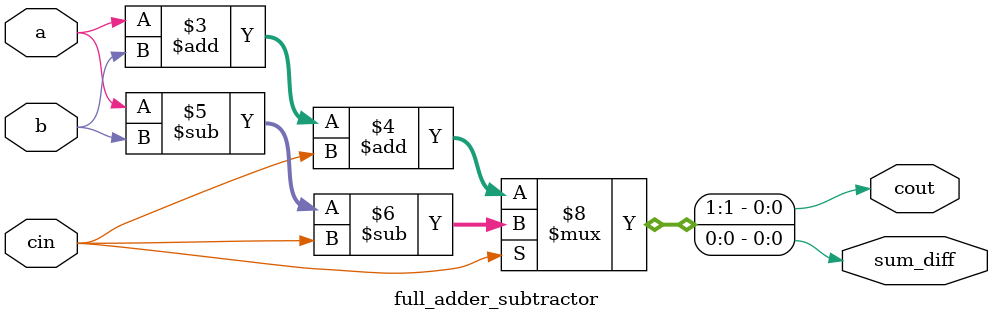
<source format=v>

module full_adder_subtractor (
	input a,b,cin,
	output reg sum_diff,cout);

// assign sum_diff = cin ^ a ^ (b ^ cin); // Add if cin = 0, else Sub
// assign cout = (cin & a) | (a & (b ^ cin)) | ((b ^ cin) & cin);

always @* begin

if (cin == 1'b0)
{cout,sum_diff} <= a + b + cin;
else
{cout,sum_diff} <= a - b - cin;

end

endmodule

</source>
